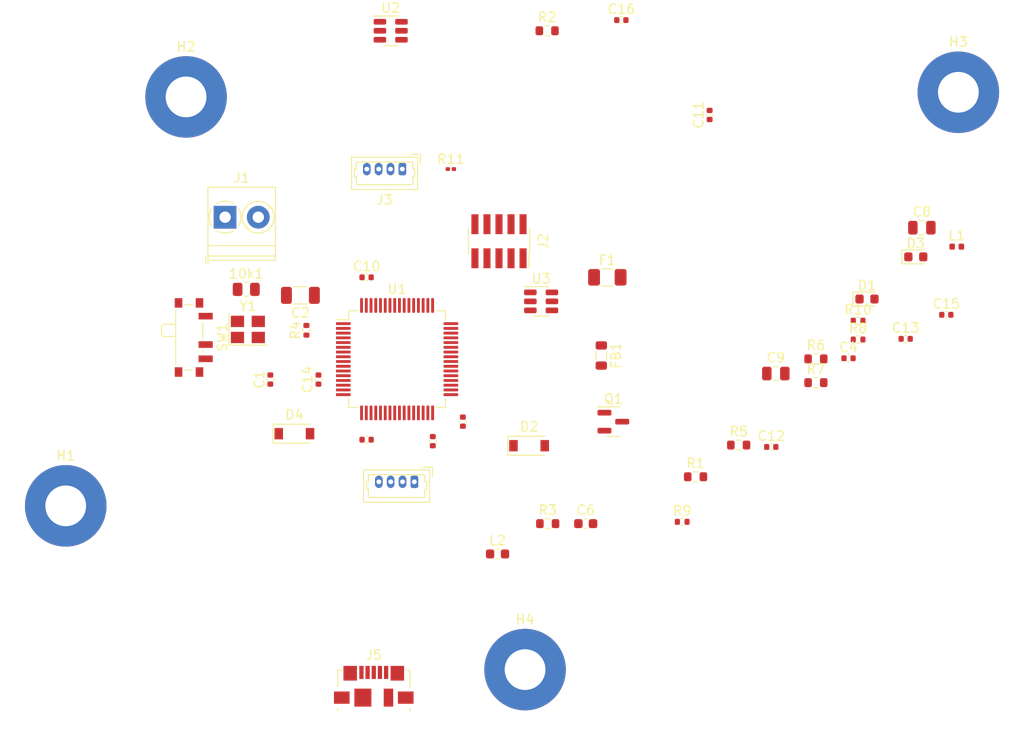
<source format=kicad_pcb>
(kicad_pcb (version 20211014) (generator pcbnew)
  (layers (0 "F.Cu" signal) (1 "In1.Cu" signal) (2 "In2.Cu" signal) (31 "B.Cu" signal) (34 "B.Paste" user) (35 "F.Paste" user) (36 "B.SilkS" user "B.Silkscreen") (37 "F.SilkS" user "F.Silkscreen") (38 "B.Mask" user) (39 "F.Mask" user) (44 "Edge.Cuts" user))
  (net 0 "")
  (net 1 "Net-(10k1-Pad1)")
  (net 2 "BOOT0")
  (net 3 "HSE_IN")
  (net 4 "GND")
  (net 5 "+3.3V")
  (net 6 "Net-(C4-Pad1)")
  (net 7 "Net-(C6-Pad1)")
  (net 8 "Net-(C8-Pad1)")
  (net 9 "BUCK_IN")
  (net 10 "+3.3VA")
  (net 11 "BUCK_BST")
  (net 12 "BUCK_SW")
  (net 13 "Net-(D1-Pad1)")
  (net 14 "LED_STATUS")
  (net 15 "Net-(D2-Pad1)")
  (net 16 "+5V")
  (net 17 "Net-(D3-Pad1)")
  (net 18 "+12V")
  (net 19 "Net-(F1-Pad2)")
  (net 20 "Net-(J2-Pad2)")
  (net 21 "SWCLK")
  (net 22 "SWO")
  (net 25 "NRST")
  (net 26 "I2C1_SCL")
  (net 27 "I2C1_SDA")
  (net 28 "UART3_TX")
  (net 29 "UART3_RX")
  (net 30 "USB_CONN_D-")
  (net 31 "USB_CONN_D+")
  (net 34 "BUCK_EN")
  (net 35 "HSE_OUT")
  (net 36 "BUCK_FB")
  (net 37 "Net-(R6-Pad2)")
  (net 38 "SWDIO")
  (net 69 "USB_D-")
  (net 70 "USB_D+")
  (net 78 "CAN1_RX")
  (net 79 "CAN1_TX")
  (footprint "MountingHole:MountingHole_4.3mm_M4_Pad" (layer "F.Cu") (at 55.88 53.34)
    (fp_text reference "H2" (at 0 -5.3) (layer "F.SilkS"))
    (fp_text value "MountingHole_Pad")
    (pad "1" thru_hole circle (at 0 0) (size 8.6 8.6) (drill 4.3) (layers *.Cu *.Mask) (net 4 "GND"))
  )
  (footprint "Connector_Molex:Molex_PicoBlade_53047-0410_1x04_P1.25mm_Vertical" (layer "F.Cu") (at 79.97 93.98 180)
    (fp_text reference "J4" hide)
    (fp_text value "UART")
    (fp_line (start -1.1 -0.8) (end -1.1 -1.65) (layer "F.SilkS") (width 0.12))
    (fp_line (start 5.36 1.26) (end 5.36 -2.16) (layer "F.SilkS") (width 0.12))
    (fp_line (start -1.1 0) (end -1.3 0) (layer "F.SilkS") (width 0.12))
    (fp_line (start -1.61 -2.16) (end -1.61 1.26) (layer "F.SilkS") (width 0.12))
    (fp_line (start 4.85 0.75) (end 4.85 0) (layer "F.SilkS") (width 0.12))
    (fp_line (start 5.36 -2.16) (end -1.61 -2.16) (layer "F.SilkS") (width 0.12))
    (fp_line (start 5.05 0) (end 5.05 -0.8) (layer "F.SilkS") (width 0.12))
    (fp_line (start 4.85 0) (end 5.05 0) (layer "F.SilkS") (width 0.12))
    (fp_line (start 5.05 -0.8) (end 4.85 -0.8) (layer "F.SilkS") (width 0.12))
    (fp_line (start -1.1 -1.65) (end 1.875 -1.65) (layer "F.SilkS") (width 0.12))
    (fp_line (start 1.875 0.75) (end -1.1 0.75) (layer "F.SilkS") (width 0.12))
    (fp_line (start -1.3 -0.8) (end -1.1 -0.8) (layer "F.SilkS") (width 0.12))
    (fp_line (start 1.875 0.75) (end 4.85 0.75) (layer "F.SilkS") (width 0.12))
    (fp_line (start 4.85 -0.8) (end 4.85 -1.65) (layer "F.SilkS") (width 0.12))
    (fp_line (start -1.9 1.55) (end -1.9 0.55) (layer "F.SilkS") (width 0.12))
    (fp_line (start -1.3 0) (end -1.3 -0.8) (layer "F.SilkS") (width 0.12))
    (fp_line (start 4.85 -1.65) (end 1.875 -1.65) (layer "F.SilkS") (width 0.12))
    (fp_line (start -1.9 1.55) (end -0.9 1.55) (layer "F.SilkS") (width 0.12))
    (fp_line (start -1.61 1.26) (end 5.36 1.26) (layer "F.SilkS") (width 0.12))
    (fp_line (start -1.1 0.75) (end -1.1 0) (layer "F.SilkS") (width 0.12))
    (pad "1" thru_hole roundrect (at 0 0 180) (size 0.8 1.3) (drill 0.5) (layers *.Cu *.Mask) (net 5 "+3.3V"))
    (pad "2" thru_hole oval (at 1.25 0 180) (size 0.8 1.3) (drill 0.5) (layers *.Cu *.Mask) (net 28 "UART3_TX"))
    (pad "3" thru_hole oval (at 2.5 0 180) (size 0.8 1.3) (drill 0.5) (layers *.Cu *.Mask) (net 29 "UART3_RX"))
    (pad "4" thru_hole oval (at 3.75 0 180) (size 0.8 1.3) (drill 0.5) (layers *.Cu *.Mask) (net 4 "GND"))
  )
  (footprint "Capacitor_SMD:C_0402_1005Metric" (layer "F.Cu") (at 69.85 83.185 90)
    (fp_text reference "C14" (at 0 -1.16 90) (layer "F.SilkS"))
    (fp_text value "10n")
    (fp_line (start -0.107836 -0.36) (end 0.107836 -0.36) (layer "F.SilkS") (width 0.12))
    (fp_line (start -0.107836 0.36) (end 0.107836 0.36) (layer "F.SilkS") (width 0.12))
    (pad "1" smd roundrect (at -0.48 0 90) (size 0.56 0.62) (layers "F.Cu" "F.Paste" "F.Mask") (net 10 "+3.3VA"))
    (pad "2" smd roundrect (at 0.48 0 90) (size 0.56 0.62) (layers "F.Cu" "F.Paste" "F.Mask") (net 4 "GND"))
  )
  (footprint "MountingHole:MountingHole_4.3mm_M4_Pad" (layer "F.Cu") (at 137.37 52.85)
    (fp_text reference "H3" (at 0 -5.3) (layer "F.SilkS"))
    (fp_text value "MountingHole_Pad")
    (pad "1" thru_hole circle (at 0 0) (size 8.6 8.6) (drill 4.3) (layers *.Cu *.Mask) (net 4 "GND"))
  )
  (footprint "Capacitor_SMD:C_0402_1005Metric" (layer "F.Cu") (at 101.81 45.23)
    (fp_text reference "C16" (at 0 -1.16) (layer "F.SilkS"))
    (fp_text value "10n")
    (fp_line (start -0.107836 0.36) (end 0.107836 0.36) (layer "F.SilkS") (width 0.12))
    (fp_line (start -0.107836 -0.36) (end 0.107836 -0.36) (layer "F.SilkS") (width 0.12))
    (pad "1" smd roundrect (at -0.48 0) (size 0.56 0.62) (layers "F.Cu" "F.Paste" "F.Mask") (net 4 "GND"))
    (pad "2" smd roundrect (at 0.48 0) (size 0.56 0.62) (layers "F.Cu" "F.Paste" "F.Mask") (net 5 "+3.3V"))
  )
  (footprint "Button_Switch_SMD:SW_SPDT_PCM12" (layer "F.Cu") (at 56.515 78.74 -90)
    (fp_text reference "SW1" (at 0 -3.2 90) (layer "F.SilkS"))
    (fp_text value "SW_SPDT")
    (fp_line (start -0.1 3.02) (end -0.1 1.73) (layer "F.SilkS") (width 0.12))
    (fp_line (start -1.4 3.02) (end -1.2 3.23) (layer "F.SilkS") (width 0.12))
    (fp_line (start -3.45 -0.07) (end -3.45 0.72) (layer "F.SilkS") (width 0.12))
    (fp_line (start -1.2 3.23) (end -0.3 3.23) (layer "F.SilkS") (width 0.12))
    (fp_line (start -0.1 3.02) (end -0.3 3.23) (layer "F.SilkS") (width 0.12))
    (fp_line (start -1.6 -1.12) (end 0.1 -1.12) (layer "F.SilkS") (width 0.12))
    (fp_line (start 3.45 0.72) (end 3.45 -0.07) (layer "F.SilkS") (width 0.12))
    (fp_line (start -1.4 1.73) (end -1.4 3.02) (layer "F.SilkS") (width 0.12))
    (fp_line (start -2.85 1.73) (end 2.85 1.73) (layer "F.SilkS") (width 0.12))
    (fp_line (start 1.4 -1.12) (end 1.6 -1.12) (layer "F.SilkS") (width 0.12))
    (pad "" smd rect (at -3.65 -0.78 270) (size 1 0.8) (layers "F.Cu" "F.Paste" "F.Mask"))
    (pad "" smd rect (at 3.65 -0.78 270) (size 1 0.8) (layers "F.Cu" "F.Paste" "F.Mask"))
    (pad "" smd rect (at -3.65 1.43 270) (size 1 0.8) (layers "F.Cu" "F.Paste" "F.Mask"))
    (pad "" np_thru_hole circle (at -1.5 0.33 270) (size 0.9 0.9) (drill 0.9) (layers *.Cu *.Mask))
    (pad "" np_thru_hole circle (at 1.5 0.33 270) (size 0.9 0.9) (drill 0.9) (layers *.Cu *.Mask))
    (pad "" smd rect (at 3.65 1.43 270) (size 1 0.8) (layers "F.Cu" "F.Paste" "F.Mask"))
    (pad "1" smd rect (at -2.25 -1.43 270) (size 0.7 1.5) (layers "F.Cu" "F.Paste" "F.Mask") (net 5 "+3.3V"))
    (pad "2" smd rect (at 0.75 -1.43 270) (size 0.7 1.5) (layers "F.Cu" "F.Paste" "F.Mask") (net 1 "Net-(10k1-Pad1)"))
    (pad "3" smd rect (at 2.25 -1.43 270) (size 0.7 1.5) (layers "F.Cu" "F.Paste" "F.Mask") (net 4 "GND"))
  )
  (footprint "Resistor_SMD:R_0402_1005Metric" (layer "F.Cu") (at 68.58 77.98 90)
    (fp_text reference "R4" (at 0 -1.17 90) (layer "F.SilkS"))
    (fp_text value "47")
    (fp_line (start -0.153641 0.38) (end 0.153641 0.38) (layer "F.SilkS") (width 0.12))
    (fp_line (start -0.153641 -0.38) (end 0.153641 -0.38) (layer "F.SilkS") (width 0.12))
    (pad "1" smd roundrect (at -0.51 0 90) (size 0.54 0.64) (layers "F.Cu" "F.Paste" "F.Mask") (net 35 "HSE_OUT"))
    (pad "2" smd roundrect (at 0.51 0 90) (size 0.54 0.64) (layers "F.Cu" "F.Paste" "F.Mask") (net 6 "Net-(C4-Pad1)"))
  )
  (footprint "Inductor_SMD:L_0402_1005Metric" (layer "F.Cu") (at 137.2 69.15)
    (fp_text reference "L1" (at 0 -1.17) (layer "F.SilkS"))
    (fp_text value "39n")
    (pad "1" smd roundrect (at -0.485 0) (size 0.59 0.64) (layers "F.Cu" "F.Paste" "F.Mask") (net 5 "+3.3V"))
    (pad "2" smd roundrect (at 0.485 0) (size 0.59 0.64) (layers "F.Cu" "F.Paste" "F.Mask") (net 10 "+3.3VA"))
  )
  (footprint "Capacitor_SMD:C_0402_1005Metric" (layer "F.Cu") (at 117.63 90.3)
    (fp_text reference "C12" (at 0 -1.16) (layer "F.SilkS"))
    (fp_text value "1u")
    (fp_line (start -0.107836 -0.36) (end 0.107836 -0.36) (layer "F.SilkS") (width 0.12))
    (fp_line (start -0.107836 0.36) (end 0.107836 0.36) (layer "F.SilkS") (width 0.12))
    (pad "1" smd roundrect (at -0.48 0) (size 0.56 0.62) (layers "F.Cu" "F.Paste" "F.Mask") (net 10 "+3.3VA"))
    (pad "2" smd roundrect (at 0.48 0) (size 0.56 0.62) (layers "F.Cu" "F.Paste" "F.Mask") (net 4 "GND"))
  )
  (footprint "Capacitor_SMD:C_0603_1608Metric" (layer "F.Cu") (at 98.05 98.4)
    (fp_text reference "C6" (at 0 -1.43) (layer "F.SilkS"))
    (fp_text value "2u2")
    (fp_line (start -0.14058 0.51) (end 0.14058 0.51) (layer "F.SilkS") (width 0.12))
    (fp_line (start -0.14058 -0.51) (end 0.14058 -0.51) (layer "F.SilkS") (width 0.12))
    (pad "1" smd roundrect (at -0.775 0) (size 0.9 0.95) (layers "F.Cu" "F.Paste" "F.Mask") (net 7 "Net-(C6-Pad1)"))
    (pad "2" smd roundrect (at 0.775 0) (size 0.9 0.95) (layers "F.Cu" "F.Paste" "F.Mask") (net 4 "GND"))
  )
  (footprint "Resistor_SMD:R_0402_1005Metric" (layer "F.Cu") (at 108.23 98.21)
    (fp_text reference "R9" (at 0 -1.17) (layer "F.SilkS"))
    (fp_text value "1k5")
    (fp_line (start -0.153641 -0.38) (end 0.153641 -0.38) (layer "F.SilkS") (width 0.12))
    (fp_line (start -0.153641 0.38) (end 0.153641 0.38) (layer "F.SilkS") (width 0.12))
    (pad "1" smd roundrect (at -0.51 0) (size 0.54 0.64) (layers "F.Cu" "F.Paste" "F.Mask") (net 17 "Net-(D3-Pad1)"))
    (pad "2" smd roundrect (at 0.51 0) (size 0.54 0.64) (layers "F.Cu" "F.Paste" "F.Mask") (net 4 "GND"))
  )
  (footprint "MountingHole:MountingHole_4.3mm_M4_Pad" (layer "F.Cu") (at 91.65 113.81)
    (fp_text reference "H4" (at 0 -5.3) (layer "F.SilkS"))
    (fp_text value "MountingHole_Pad")
    (pad "1" thru_hole circle (at 0 0) (size 8.6 8.6) (drill 4.3) (layers *.Cu *.Mask) (net 4 "GND"))
  )
  (footprint "Resistor_SMD:R_0603_1608Metric" (layer "F.Cu") (at 94.04 98.4)
    (fp_text reference "R3" (at 0 -1.43) (layer "F.SilkS"))
    (fp_text value "68k")
    (fp_line (start -0.237258 0.5225) (end 0.237258 0.5225) (layer "F.SilkS") (width 0.12))
    (fp_line (start -0.237258 -0.5225) (end 0.237258 -0.5225) (layer "F.SilkS") (width 0.12))
    (pad "1" smd roundrect (at -0.825 0) (size 0.8 0.95) (layers "F.Cu" "F.Paste" "F.Mask") (net 34 "BUCK_EN"))
    (pad "2" smd roundrect (at 0.825 0) (size 0.8 0.95) (layers "F.Cu" "F.Paste" "F.Mask") (net 4 "GND"))
  )
  (footprint "Capacitor_SMD:C_0402_1005Metric" (layer "F.Cu") (at 136.1 76.345)
    (fp_text reference "C15" (at 0 -1.16) (layer "F.SilkS"))
    (fp_text value "10n")
    (fp_line (start -0.107836 -0.36) (end 0.107836 -0.36) (layer "F.SilkS") (width 0.12))
    (fp_line (start -0.107836 0.36) (end 0.107836 0.36) (layer "F.SilkS") (width 0.12))
    (pad "1" smd roundrect (at -0.48 0) (size 0.56 0.62) (layers "F.Cu" "F.Paste" "F.Mask") (net 4 "GND"))
    (pad "2" smd roundrect (at 0.48 0) (size 0.56 0.62) (layers "F.Cu" "F.Paste" "F.Mask") (net 5 "+3.3V"))
  )
  (footprint "Package_TO_SOT_SMD:SOT-23-6" (layer "F.Cu") (at 93.345 74.93)
    (fp_text reference "U3" (at 0 -2.4) (layer "F.SilkS"))
    (fp_text value "USBLC6-2SC6")
    (fp_line (start 0 1.56) (end -0.8 1.56) (layer "F.SilkS") (width 0.12))
    (fp_line (start 0 1.56) (end 0.8 1.56) (layer "F.SilkS") (width 0.12))
    (fp_line (start 0 -1.56) (end 0.8 -1.56) (layer "F.SilkS") (width 0.12))
    (fp_line (start 0 -1.56) (end -1.8 -1.56) (layer "F.SilkS") (width 0.12))
    (pad "1" smd roundrect (at -1.1375 -0.95) (size 1.325 0.6) (layers "F.Cu" "F.Paste" "F.Mask") (net 30 "USB_CONN_D-"))
    (pad "2" smd roundrect (at -1.1375 0) (size 1.325 0.6) (layers "F.Cu" "F.Paste" "F.Mask") (net 4 "GND"))
    (pad "3" smd roundrect (at -1.1375 0.95) (size 1.325 0.6) (layers "F.Cu" "F.Paste" "F.Mask") (net 31 "USB_CONN_D+"))
    (pad "4" smd roundrect (at 1.1375 0.95) (size 1.325 0.6) (layers "F.Cu" "F.Paste" "F.Mask") (net 70 "USB_D+"))
    (pad "5" smd roundrect (at 1.1375 0) (size 1.325 0.6) (layers "F.Cu" "F.Paste" "F.Mask") (net 16 "+5V"))
    (pad "6" smd roundrect (at 1.1375 -0.95) (size 1.325 0.6) (layers "F.Cu" "F.Paste" "F.Mask") (net 69 "USB_D-"))
  )
  (footprint "Package_TO_SOT_SMD:SOT-23-6" (layer "F.Cu") (at 77.47 46.355)
    (fp_text reference "U2" (at 0 -2.4) (layer "F.SilkS"))
    (fp_text value "MP2359DJ-LF-Z")
    (fp_line (start 0 1.56) (end -0.8 1.56) (layer "F.SilkS") (width 0.12))
    (fp_line (start 0 -1.56) (end 0.8 -1.56) (layer "F.SilkS") (width 0.12))
    (fp_line (start 0 1.56) (end 0.8 1.56) (layer "F.SilkS") (width 0.12))
    (fp_line (start 0 -1.56) (end -1.8 -1.56) (layer "F.SilkS") (width 0.12))
    (pad "1" smd roundrect (at -1.1375 -0.95) (size 1.325 0.6) (layers "F.Cu" "F.Paste" "F.Mask") (net 11 "BUCK_BST"))
    (pad "2" smd roundrect (at -1.1375 0) (size 1.325 0.6) (layers "F.Cu" "F.Paste" "F.Mask") (net 4 "GND"))
    (pad "3" smd roundrect (at -1.1375 0.95) (size 1.325 0.6) (layers "F.Cu" "F.Paste" "F.Mask") (net 36 "BUCK_FB"))
    (pad "4" smd roundrect (at 1.1375 0.95) (size 1.325 0.6) (layers "F.Cu" "F.Paste" "F.Mask") (net 34 "BUCK_EN"))
    (pad "5" smd roundrect (at 1.1375 0) (size 1.325 0.6) (layers "F.Cu" "F.Paste" "F.Mask") (net 9 "BUCK_IN"))
    (pad "6" smd roundrect (at 1.1375 -0.95) (size 1.325 0.6) (layers "F.Cu" "F.Paste" "F.Mask") (net 12 "BUCK_SW"))
  )
  (footprint "Capacitor_SMD:C_0402_1005Metric" (layer "F.Cu") (at 74.93 89.535 180)
    (fp_text reference "C3" hide)
    (fp_text value "100n")
    (fp_line (start -0.107836 -0.36) (end 0.107836 -0.36) (layer "F.SilkS") (width 0.12))
    (fp_line (start -0.107836 0.36) (end 0.107836 0.36) (layer "F.SilkS") (width 0.12))
    (pad "1" smd roundrect (at -0.48 0 180) (size 0.56 0.62) (layers "F.Cu" "F.Paste" "F.Mask") (net 5 "+3.3V"))
    (pad "2" smd roundrect (at 0.48 0 180) (size 0.56 0.62) (layers "F.Cu" "F.Paste" "F.Mask") (net 4 "GND"))
  )
  (footprint "Resistor_SMD:R_0603_1608Metric" (layer "F.Cu") (at 109.64 93.45)
    (fp_text reference "R1" (at 0 -1.43) (layer "F.SilkS"))
    (fp_text value "1k5")
    (fp_line (start -0.237258 0.5225) (end 0.237258 0.5225) (layer "F.SilkS") (width 0.12))
    (fp_line (start -0.237258 -0.5225) (end 0.237258 -0.5225) (layer "F.SilkS") (width 0.12))
    (pad "1" smd roundrect (at -0.825 0) (size 0.8 0.95) (layers "F.Cu" "F.Paste" "F.Mask") (net 13 "Net-(D1-Pad1)"))
    (pad "2" smd roundrect (at 0.825 0) (size 0.8 0.95) (layers "F.Cu" "F.Paste" "F.Mask") (net 4 "GND"))
  )
  (footprint "Capacitor_SMD:C_0402_1005Metric" (layer "F.Cu") (at 111.125 55.245 90)
    (fp_text reference "C11" (at 0 -1.16 90) (layer "F.SilkS"))
    (fp_text value "100n")
    (fp_line (start -0.107836 -0.36) (end 0.107836 -0.36) (layer "F.SilkS") (width 0.12))
    (fp_line (start -0.107836 0.36) (end 0.107836 0.36) (layer "F.SilkS") (width 0.12))
    (pad "1" smd roundrect (at -0.48 0 90) (size 0.56 0.62) (layers "F.Cu" "F.Paste" "F.Mask") (net 5 "+3.3V"))
    (pad "2" smd roundrect (at 0.48 0 90) (size 0.56 0.62) (layers "F.Cu" "F.Paste" "F.Mask") (net 4 "GND"))
  )
  (footprint "Capacitor_SMD:C_0805_2012Metric" (layer "F.Cu") (at 133.52 67.15)
    (fp_text reference "C8" (at 0 -1.68) (layer "F.SilkS"))
    (fp_text value "2u2")
    (fp_line (start -0.261252 -0.735) (end 0.261252 -0.735) (layer "F.SilkS") (width 0.12))
    (fp_line (start -0.261252 0.735) (end 0.261252 0.735) (layer "F.SilkS") (width 0.12))
    (pad "1" smd roundrect (at -0.95 0) (size 1 1.45) (layers "F.Cu" "F.Paste" "F.Mask") (net 8 "Net-(C8-Pad1)"))
    (pad "2" smd roundrect (at 0.95 0) (size 1 1.45) (layers "F.Cu" "F.Paste" "F.Mask") (net 4 "GND"))
  )
  (footprint "Resistor_SMD:R_0603_1608Metric" (layer "F.Cu") (at 93.98 46.355)
    (fp_text reference "R2" (at 0 -1.43) (layer "F.SilkS"))
    (fp_text value "100k")
    (fp_line (start -0.237258 0.5225) (end 0.237258 0.5225) (layer "F.SilkS") (width 0.12))
    (fp_line (start -0.237258 -0.5225) (end 0.237258 -0.5225) (layer "F.SilkS") (width 0.12))
    (pad "1" smd roundrect (at -0.825 0) (size 0.8 0.95) (layers "F.Cu" "F.Paste" "F.Mask") (net 9 "BUCK_IN"))
    (pad "2" smd roundrect (at 0.825 0) (size 0.8 0.95) (layers "F.Cu" "F.Paste" "F.Mask") (net 34 "BUCK_EN"))
  )
  (footprint "Resistor_SMD:R_0603_1608Metric" (layer "F.Cu") (at 114.19 90.1)
    (fp_text reference "R5" (at 0 -1.43) (layer "F.SilkS"))
    (fp_text value "47k")
    (fp_line (start -0.237258 -0.5225) (end 0.237258 -0.5225) (layer "F.SilkS") (width 0.12))
    (fp_line (start -0.237258 0.5225) (end 0.237258 0.5225) (layer "F.SilkS") (width 0.12))
    (pad "1" smd roundrect (at -0.825 0) (size 0.8 0.95) (layers "F.Cu" "F.Paste" "F.Mask") (net 5 "+3.3V"))
    (pad "2" smd roundrect (at 0.825 0) (size 0.8 0.95) (layers "F.Cu" "F.Paste" "F.Mask") (net 36 "BUCK_FB"))
  )
  (footprint "Fuse:Fuse_1206_3216Metric" (layer "F.Cu") (at 100.33 72.39)
    (fp_text reference "F1" (at 0 -1.82) (layer "F.SilkS"))
    (fp_text value "250mA")
    (fp_line (start -0.602064 0.91) (end 0.602064 0.91) (layer "F.SilkS") (width 0.12))
    (fp_line (start -0.602064 -0.91) (end 0.602064 -0.91) (layer "F.SilkS") (width 0.12))
    (pad "1" smd roundrect (at -1.4 0) (size 1.25 1.75) (layers "F.Cu" "F.Paste" "F.Mask") (roundrect_rratio 0.2) (net 18 "+12V"))
    (pad "2" smd roundrect (at 1.4 0) (size 1.25 1.75) (layers "F.Cu" "F.Paste" "F.Mask") (roundrect_rratio 0.2) (net 19 "Net-(F1-Pad2)"))
  )
  (footprint "Resistor_SMD:R_0201_0603Metric" (layer "F.Cu") (at 83.82 60.96)
    (fp_text reference "R11" (at 0 -1.05) (layer "F.SilkS"))
    (fp_text value "22")
    (pad "1" smd roundrect (at -0.32 0) (size 0.46 0.4) (layers "F.Cu" "F.Mask") (net 20 "Net-(J2-Pad2)"))
    (pad "2" smd roundrect (at 0.32 0) (size 0.46 0.4) (layers "F.Cu" "F.Mask") (net 38 "SWDIO"))
  )
  (footprint "Diode_SMD:D_SOD-123" (layer "F.Cu") (at 67.31 88.9)
    (fp_text reference "D4" (at 0 -2) (layer "F.SilkS"))
    (fp_text value "B5819W")
    (fp_line (start -2.25 1) (end 1.65 1) (layer "F.SilkS") (width 0.12))
    (fp_line (start -2.25 -1) (end -2.25 1) (layer "F.SilkS") (width 0.12))
    (fp_line (start -2.25 -1) (end 1.65 -1) (layer "F.SilkS") (width 0.12))
    (pad "1" smd rect (at -1.65 0) (size 0.9 1.2) (layers "F.Cu" "F.Paste" "F.Mask") (net 12 "BUCK_SW"))
    (pad "2" smd rect (at 1.65 0) (size 0.9 1.2) (layers "F.Cu" "F.Paste" "F.Mask") (net 4 "GND"))
  )
  (footprint "LED_SMD:LED_0603_1608Metric" (layer "F.Cu") (at 132.88 70.23)
    (fp_text reference "D3" (at 0 -1.43) (layer "F.SilkS"))
    (fp_text value "BLUE")
    (fp_line (start -1.485 0.735) (end 0.8 0.735) (layer "F.SilkS") (width 0.12))
    (fp_line (start -1.485 -0.735) (end -1.485 0.735) (layer "F.SilkS") (width 0.12))
    (fp_line (start 0.8 -0.735) (end -1.485 -0.735) (layer "F.SilkS") (width 0.12))
    (pad "1" smd roundrect (at -0.7875 0) (size 0.875 0.95) (layers "F.Cu" "F.Paste" "F.Mask") (net 17 "Net-(D3-Pad1)"))
    (pad "2" smd roundrect (at 0.7875 0) (size 0.875 0.95) (layers "F.Cu" "F.Paste" "F.Mask") (net 5 "+3.3V"))
  )
  (footprint "Capacitor_SMD:C_0805_2012Metric" (layer "F.Cu") (at 118.11 82.55)
    (fp_text reference "C9" (at 0 -1.68) (layer "F.SilkS"))
    (fp_text value "10u")
    (fp_line (start -0.261252 -0.735) (end 0.261252 -0.735) (layer "F.SilkS") (width 0.12))
    (fp_line (start -0.261252 0.735) (end 0.261252 0.735) (layer "F.SilkS") (width 0.12))
    (pad "1" smd roundrect (at -0.95 0) (size 1 1.45) (layers "F.Cu" "F.Paste" "F.Mask") (net 9 "BUCK_IN"))
    (pad "2" smd roundrect (at 0.95 0) (size 1 1.45) (layers "F.Cu" "F.Paste" "F.Mask") (net 4 "GND"))
  )
  (footprint "Crystal:Crystal_SMD_3225-4Pin_3.2x2.5mm" (layer "F.Cu") (at 62.4 77.89)
    (fp_text reference "Y1" (at 0 -2.45) (layer "F.SilkS"))
    (fp_text value "16MHz")
    (fp_line (start -2 -1.65) (end -2 1.65) (layer "F.SilkS") (width 0.12))
    (fp_line (start -2 1.65) (end 2 1.65) (layer "F.SilkS") (width 0.12))
    (pad "1" smd rect (at -1.1 0.85) (size 1.4 1.2) (layers "F.Cu" "F.Paste" "F.Mask") (net 3 "HSE_IN"))
    (pad "2" smd rect (at 1.1 0.85) (size 1.4 1.2) (layers "F.Cu" "F.Paste" "F.Mask") (net 4 "GND"))
    (pad "3" smd rect (at 1.1 -0.85) (size 1.4 1.2) (layers "F.Cu" "F.Paste" "F.Mask") (net 6 "Net-(C4-Pad1)"))
    (pad "4" smd rect (at -1.1 -0.85) (size 1.4 1.2) (layers "F.Cu" "F.Paste" "F.Mask") (net 4 "GND"))
  )
  (footprint "Inductor_SMD:L_0603_1608Metric" (layer "F.Cu") (at 88.7475 101.6)
    (fp_text reference "L2" (at 0 -1.43) (layer "F.SilkS"))
    (fp_text value "4u7")
    (fp_line (start -0.162779 -0.51) (end 0.162779 -0.51) (layer "F.SilkS") (width 0.12))
    (fp_line (start -0.162779 0.51) (end 0.162779 0.51) (layer "F.SilkS") (width 0.12))
    (pad "1" smd roundrect (at -0.7875 0) (size 0.875 0.95) (layers "F.Cu" "F.Paste" "F.Mask") (net 12 "BUCK_SW"))
    (pad "2" smd roundrect (at 0.7875 0) (size 0.875 0.95) (layers "F.Cu" "F.Paste" "F.Mask") (net 5 "+3.3V"))
  )
  (footprint "Connector_USB:USB_Micro-B_Molex_47346-0001" (layer "F.Cu") (at 75.685 115.57)
    (fp_text reference "J5" (at 0 -3.3) (layer "F.SilkS"))
    (fp_text value "USB_B_Micro")
    (fp_line (start -3.81 2.6) (end -3.81 2.34) (layer "F.SilkS") (width 0.12))
    (fp_line (start 3.81 -1.71) (end 3.81 0.06) (layer "F.SilkS") (width 0.12))
    (fp_line (start 3.81 2.34) (end 3.81 2.6) (layer "F.SilkS") (width 0.12))
    (fp_line (start -3.81 -1.71) (end -3.43 -1.71) (layer "F.SilkS") (width 0.12))
    (fp_line (start 3.81 -1.71) (end 3.43 -1.71) (layer "F.SilkS") (width 0.12))
    (fp_line (start -3.81 0.06) (end -3.81 -1.71) (layer "F.SilkS") (width 0.12))
    (pad "1" smd rect (at -1.3 -1.46) (size 0.45 1.38) (layers "F.Cu" "F.Paste" "F.Mask") (net 16 "+5V"))
    (pad "2" smd rect (at -0.65 -1.46) (size 0.45 1.38) (layers "F.Cu" "F.Paste" "F.Mask") (net 30 "USB_CONN_D-"))
    (pad "3" smd rect (at 0 -1.46) (size 0.45 1.38) (layers "F.Cu" "F.Paste" "F.Mask") (net 31 "USB_CONN_D+"))
    (pad "4" smd rect (at 0.65 -1.46) (size 0.45 1.38) (layers "F.Cu" "F.Paste" "F.Mask"))
    (pad "5" smd rect (at 1.3 -1.46) (size 0.45 1.38) (layers "F.Cu" "F.Paste" "F.Mask") (net 4 "GND"))
    (pad "6" smd rect (at -3.375 1.2) (size 1.65 1.3) (layers "F.Cu" "F.Paste" "F.Mask"))
    (pad "6" smd rect (at -2.4875 -1.375) (size 1.425 1.55) (layers "F.Cu" "F.Paste" "F.Mask"))
    (pad "6" smd rect (at 1.55 1.2) (size 1 1.9) (layers "F.Cu" "F.Paste" "F.Mask"))
    (pad "6" smd rect (at -1.15 1.2) (size 1.8 1.9) (layers "F.Cu" "F.Paste" "F.Mask"))
    (pad "6" smd rect (at 3.375 1.2) (size 1.65 1.3) (layers "F.Cu" "F.Paste" "F.Mask"))
    (pad "6" smd rect (at 2.4875 -1.375) (size 1.425 1.55) (layers "F.Cu" "F.Paste" "F.Mask"))
  )
  (footprint "Capacitor_SMD:C_0402_1005Metric" (layer "F.Cu") (at 64.77 83.185 90)
    (fp_text reference "C1" (at 0 -1.16 90) (layer "F.SilkS"))
    (fp_text value "12p")
    (fp_line (start -0.107836 0.36) (end 0.107836 0.36) (layer "F.SilkS") (width 0.12))
    (fp_line (start -0.107836 -0.36) (end 0.107836 -0.36) (layer "F.SilkS") (width 0.12))
    (pad "1" smd roundrect (at -0.48 0 90) (size 0.56 0.62) (layers "F.Cu" "F.Paste" "F.Mask") (net 3 "HSE_IN"))
    (pad "2" smd roundrect (at 0.48 0 90) (size 0.56 0.62) (layers "F.Cu" "F.Paste" "F.Mask") (net 4 "GND"))
  )
  (footprint "Capacitor_SMD:C_1206_3216Metric" (layer "F.Cu") (at 67.945 74.295 180)
    (fp_text reference "C2" (at 0 -1.85) (layer "F.SilkS"))
    (fp_text value "4u7")
    (fp_line (start -0.711252 -0.91) (end 0.711252 -0.91) (layer "F.SilkS") (width 0.12))
    (fp_line (start -0.711252 0.91) (end 0.711252 0.91) (layer "F.SilkS") (width 0.12))
    (pad "1" smd roundrect (at -1.475 0 180) (size 1.15 1.8) (layers "F.Cu" "F.Paste" "F.Mask") (roundrect_rratio 0.217391) (net 5 "+3.3V"))
    (pad "2" smd roundrect (at 1.475 0 180) (size 1.15 1.8) (layers "F.Cu" "F.Paste" "F.Mask") (roundrect_rratio 0.217391) (net 4 "GND"))
  )
  (footprint "Package_TO_SOT_SMD:SOT-23" (layer "F.Cu") (at 100.965 87.63)
    (fp_text reference "Q1" (at 0 -2.4) (layer "F.SilkS"))
    (fp_text value "AO3401A")
    (fp_line (start 0 -1.56) (end 0.65 -1.56) (layer "F.SilkS") (width 0.12))
    (fp_line (start 0 1.56) (end 0.65 1.56) (layer "F.SilkS") (width 0.12))
    (fp_line (start 0 1.56) (end -0.65 1.56) (layer "F.SilkS") (width 0.12))
    (fp_line (start 0 -1.56) (end -1.675 -1.56) (layer "F.SilkS") (width 0.12))
    (pad "1" smd roundrect (at -0.9375 -0.95) (size 1.475 0.6) (layers "F.Cu" "F.Paste" "F.Mask") (net 4 "GND"))
    (pad "2" smd roundrect (at -0.9375 0.95) (size 1.475 0.6) (layers "F.Cu" "F.Paste" "F.Mask") (net 15 "Net-(D2-Pad1)"))
    (pad "3" smd roundrect (at 0.9375 0) (size 1.475 0.6) (layers "F.Cu" "F.Paste" "F.Mask") (net 19 "Net-(F1-Pad2)"))
  )
  (footprint "Resistor_SMD:R_0402_1005Metric" (layer "F.Cu") (at 126.79 76.97)
    (fp_text reference "R10" (at 0 -1.17) (layer "F.SilkS"))
    (fp_text value "2K2")
    (fp_line (start -0.153641 0.38) (end 0.153641 0.38) (layer "F.SilkS") (width 0.12))
    (fp_line (start -0.153641 -0.38) (end 0.153641 -0.38) (layer "F.SilkS") (width 0.12))
    (pad "1" smd roundrect (at -0.51 0) (size 0.54 0.64) (layers "F.Cu" "F.Paste" "F.Mask") (net 5 "+3.3V"))
    (pad "2" smd roundrect (at 0.51 0) (size 0.54 0.64) (layers "F.Cu" "F.Paste" "F.Mask") (net 27 "I2C1_SDA"))
  )
  (footprint "Capacitor_SMD:C_0402_1005Metric" (layer "F.Cu") (at 74.93 72.39)
    (fp_text reference "C10" (at 0 -1.16) (layer "F.SilkS"))
    (fp_text value "100n")
    (fp_line (start -0.107836 0.36) (end 0.107836 0.36) (layer "F.SilkS") (width 0.12))
    (fp_line (start -0.107836 -0.36) (end 0.107836 -0.36) (layer "F.SilkS") (width 0.12))
    (pad "1" smd roundrect (at -0.48 0) (size 0.56 0.62) (layers "F.Cu" "F.Paste" "F.Mask") (net 5 "+3.3V"))
    (pad "2" smd roundrect (at 0.48 0) (size 0.56 0.62) (layers "F.Cu" "F.Paste" "F.Mask") (net 4 "GND"))
  )
  (footprint "Resistor_SMD:R_0402_1005Metric" (layer "F.Cu") (at 126.79 78.96)
    (fp_text reference "R8" (at 0 -1.17) (layer "F.SilkS"))
    (fp_text value "2K2")
    (fp_line (start -0.153641 0.38) (end 0.153641 0.38) (layer "F.SilkS") (width 0.12))
    (fp_line (start -0.153641 -0.38) (end 0.153641 -0.38) (layer "F.SilkS") (width 0.12))
    (pad "1" smd roundrect (at -0.51 0) (size 0.54 0.64) (layers "F.Cu" "F.Paste" "F.Mask") (net 5 "+3.3V"))
    (pad "2" smd roundrect (at 0.51 0) (size 0.54 0.64) (layers "F.Cu" "F.Paste" "F.Mask") (net 26 "I2C1_SCL"))
  )
  (footprint "Resistor_SMD:R_0603_1608Metric" (layer "F.Cu") (at 122.34 81)
    (fp_text reference "R6" (at 0 -1.43) (layer "F.SilkS"))
    (fp_text value "15k")
    (fp_line (start -0.237258 -0.5225) (end 0.237258 -0.5225) (layer "F.SilkS") (width 0.12))
    (fp_line (start -0.237258 0.5225) (end 0.237258 0.5225) (layer "F.SilkS") (width 0.12))
    (pad "1" smd roundrect (at -0.825 0) (size 0.8 0.95) (layers "F.Cu" "F.Paste" "F.Mask") (net 36 "BUCK_FB"))
    (pad "2" smd roundrect (at 0.825 0) (size 0.8 0.95) (layers "F.Cu" "F.Paste" "F.Mask") (net 37 "Net-(R6-Pad2)"))
  )
  (footprint "LED_SMD:LED_0603_1608Metric" (layer "F.Cu") (at 127.73 74.68)
    (fp_text reference "D1" (at 0 -1.43) (layer "F.SilkS"))
    (fp_text value "BLUE")
    (fp_line (start -1.485 0.735) (end 0.8 0.735) (layer "F.SilkS") (width 0.12))
    (fp_line (start -1.485 -0.735) (end -1.485 0.735) (layer "F.SilkS") (width 0.12))
    (fp_line (start 0.8 -0.735) (end -1.485 -0.735) (layer "F.SilkS") (width 0.12))
    (pad "1" smd roundrect (at -0.7875 0) (size 0.875 0.95) (layers "F.Cu" "F.Paste" "F.Mask") (net 13 "Net-(D1-Pad1)"))
    (pad "2" smd roundrect (at 0.7875 0) (size 0.875 0.95) (layers "F.Cu" "F.Paste" "F.Mask") (net 14 "LED_STATUS"))
  )
  (footprint "Diode_SMD:D_SOD-123" (layer "F.Cu") (at 92.075 90.17)
    (fp_text reference "D2" (at 0 -2) (layer "F.SilkS"))
    (fp_text value "D_Schottky")
    (fp_line (start -2.25 -1) (end -2.25 1) (layer "F.SilkS") (width 0.12))
    (fp_line (start -2.25 -1) (end 1.65 -1) (layer "F.SilkS") (width 0.12))
    (fp_line (start -2.25 1) (end 1.65 1) (layer "F.SilkS") (width 0.12))
    (pad "1" smd rect (at -1.65 0) (size 0.9 1.2) (layers "F.Cu" "F.Paste" "F.Mask") (net 15 "Net-(D2-Pad1)"))
    (pad "2" smd rect (at 1.65 0) (size 0.9 1.2) (layers "F.Cu" "F.Paste" "F.Mask") (net 16 "+5V"))
  )
  (footprint "Capacitor_SMD:C_0402_1005Metric" (layer "F.Cu") (at 131.81 78.885)
    (fp_text reference "C13" (at 0 -1.16) (layer "F.SilkS"))
    (fp_text value "10n")
    (fp_line (start -0.107836 -0.36) (end 0.107836 -0.36) (layer "F.SilkS") (width 0.12))
    (fp_line (start -0.107836 0.36) (end 0.107836 0.36) (layer "F.SilkS") (width 0.12))
    (pad "1" smd roundrect (at -0.48 0) (size 0.56 0.62) (layers "F.Cu" "F.Paste" "F.Mask") (net 11 "BUCK_BST"))
    (pad "2" smd roundrect (at 0.48 0) (size 0.56 0.62) (layers "F.Cu" "F.Paste" "F.Mask") (net 12 "BUCK_SW"))
  )
  (footprint "Resistor_SMD:R_0805_2012Metric" (layer "F.Cu") (at 62.23 73.66)
    (fp_text reference "10k1" (at 0 -1.65) (layer "F.SilkS"))
    (fp_text value "R")
    (fp_line (start -0.227064 0.735) (end 0.227064 0.735) (layer "F.SilkS") (width 0.12))
    (fp_line (start -0.227064 -0.735) (end 0.227064 -0.735) (layer "F.SilkS") (width 0.12))
    (pad "1" smd roundrect (at -0.9125 0) (size 1.025 1.4) (layers "F.Cu" "F.Paste" "F.Mask") (roundrect_rratio 0.243902) (net 1 "Net-(10k1-Pad1)"))
    (pad "2" smd roundrect (at 0.9125 0) (size 1.025 1.4) (layers "F.Cu" "F.Paste" "F.Mask") (roundrect_rratio 0.243902) (net 2 "BOOT0"))
  )
  (footprint "Inductor_SMD:L_0805_2012Metric" (layer "F.Cu") (at 99.695 80.645 -90)
    (fp_text reference "FB1" (at 0 -1.55 90) (layer "F.SilkS"))
    (fp_text value "600 @ 600MHz")
    (fp_line (start -0.399622 -0.56) (end 0.399622 -0.56) (layer "F.SilkS") (width 0.12))
    (fp_line (start -0.399622 0.56) (end 0.399622 0.56) (layer "F.SilkS") (width 0.12))
    (pad "1" smd roundrect (at -1.0625 0 270) (size 0.875 1.2) (layers "F.Cu" "F.Paste" "F.Mask") (net 9 "BUCK_IN"))
    (pad "2" smd roundrect (at 1.0625 0 270) (size 0.875 1.2) (layers "F.Cu" "F.Paste" "F.Mask") (net 15 "Net-(D2-Pad1)"))
  )
  (footprint "Capacitor_SMD:C_0402_1005Metric" (layer "F.Cu") (at 81.915 89.69 90)
    (fp_text reference "C5" hide)
    (fp_text value "100n")
    (fp_line (start -0.107836 0.36) (end 0.107836 0.36) (layer "F.SilkS") (width 0.12))
    (fp_line (start -0.107836 -0.36) (end 0.107836 -0.36) (layer "F.SilkS") (width 0.12))
    (pad "1" smd roundrect (at -0.48 0 90) (size 0.56 0.62) (layers "F.Cu" "F.Paste" "F.Mask") (net 5 "+3.3V"))
    (pad "2" smd roundrect (at 0.48 0 90) (size 0.56 0.62) (layers "F.Cu" "F.Paste" "F.Mask") (net 4 "GND"))
  )
  (footprint "TerminalBlock_Phoenix:TerminalBlock_Phoenix_PT-1,5-2-3.5-H_1x02_P3.50mm_Horizontal" (layer "F.Cu") (at 60 66.04)
    (fp_text reference "J1" (at 1.75 -4.16) (layer "F.SilkS"))
    (fp_text value "Screw_Terminal_01x02")
    (fp_line (start 2.355 0.941) (end 2.226 1.069) (layer "F.SilkS") (width 0.12))
    (fp_line (start -1.81 4.56) (end 5.31 4.56) (layer "F.SilkS") (width 0.12))
    (fp_line (start 2.525 1.181) (end 2.431 1.274) (layer "F.SilkS") (width 0.12))
    (fp_line (start 5.31 -3.16) (end 5.31 4.56) (layer "F.SilkS") (width 0.12))
    (fp_line (start 4.775 -1.069) (end 4.646 -0.941) (layer "F.SilkS") (width 0.12))
    (fp_line (start -1.81 -3.16) (end 5.31 -3.16) (layer "F.SilkS") (width 0.12))
    (fp_line (start -1.81 4.1) (end 5.31 4.1) (layer "F.SilkS") (width 0.12))
    (fp_line (start -1.81 3) (end 5.31 3) (layer "F.SilkS") (width 0.12))
    (fp_line (start -2.05 4.8) (end -1.65 4.8) (layer "F.SilkS") (width 0.12))
    (fp_line (start -2.05 4.16) (end -2.05 4.8) (layer "F.SilkS") (width 0.12))
    (fp_line (start 4.57 -1.275) (end 4.476 -1.181) (layer "F.SilkS") (width 0.12))
    (fp_line (start -1.81 -3.16) (end -1.81 4.56) (layer "F.SilkS") (width 0.12))
    (fp_arc (start 0.028674 1.680099) (mid -0.435535 1.622918) (end -0.866 1.44) (layer "F.SilkS") (width 0.12))
    (fp_arc (start -0.889894 -1.425358) (mid -0.014012 -1.680286) (end 0.866 -1.44) (layer "F.SilkS") (width 0.12))
    (fp_arc (start 0.890264 1.424721) (mid 0.463071 1.61492) (end 0 1.68) (layer "F.SilkS") (width 0.12))
    (fp_arc (start 1.425504 -0.890193) (mid 1.680626 0.000476) (end 1.425 0.891) (layer "F.SilkS") (width 0.12))
    (fp_arc (start -1.425358 0.889894) (mid -1.680286 0.014012) (end -1.44 -0.866) (layer "F.SilkS") (width 0.12))
    (fp_circle (center 3.5 0) (end 5.18 0) (layer "F.SilkS") (width 0.12) (fill none))
    (pad "1" thru_hole rect (at 0 0) (size 2.4 2.4) (drill 1.2) (layers *.Cu *.Mask) (net 18 "+12V"))
    (pad "2" thru_hole circle (at 3.5 0) (size 2.4 2.4) (drill 1.2) (layers *.Cu *.Mask) (net 4 "GND"))
  )
  (footprint "MountingHole:MountingHole_4.3mm_M4_Pad" (layer "F.Cu") (at 43.18 96.52)
    (fp_text reference "H1" (at 0 -5.3) (layer "F.SilkS"))
    (fp_text value "MountingHole_Pad")
    (pad "1" thru_hole circle (at 0 0) (size 8.6 8.6) (drill 4.3) (layers *.Cu *.Mask) (net 4 "GND"))
  )
  (footprint "Capacitor_SMD:C_0402_1005Metric" (layer "F.Cu") (at 85.09 87.63 -90)
    (fp_text reference "C7" hide)
    (fp_text value "100n")
    (fp_line (start -0.107836 0.36) (end 0.107836 0.36) (layer "F.SilkS") (width 0.12))
    (fp_line (start -0.107836 -0.36) (end 0.107836 -0.36) (layer "F.SilkS") (width 0.12))
    (pad "1" smd roundrect (at -0.48 0 270) (size 0.56 0.62) (layers "F.Cu" "F.Paste" "F.Mask") (net 5 "+3.3V"))
    (pad "2" smd roundrect (at 0.48 0 270) (size 0.56 0.62) (layers "F.Cu" "F.Paste" "F.Mask") (net 4 "GND"))
  )
  (footprint "Connector_PinSocket_1.27mm:PinSocket_2x05_P1.27mm_Vertical_SMD" (layer "F.Cu") (at 88.9 68.58 -90)
    (fp_text reference "J2" (at 0 -4.675 90) (layer "F.SilkS"))
    (fp_text value "SWD")
    (fp_line (start -1.33 3.175) (end -1.33 3.235) (layer "F.SilkS") (width 0.12))
    (fp_line (start 1.33 3.175) (end 1.33 3.235) (layer "F.SilkS") (width 0.12))
    (fp_line (start -1.33 -3.235) (end 1.33 -3.235) (layer "F.SilkS") (width 0.12))
    (fp_line (start 1.33 -3.235) (end 1.33 -3.175) (layer "F.SilkS") (width 0.12))
    (fp_line (start -1.33 3.235) (end 1.33 3.235) (layer "F.SilkS") (width 0.12))
    (fp_line (start 1.33 -3.175) (end 2.79 -3.175) (layer "F.SilkS") (width 0.12))
    (fp_line (start -1.33 -3.235) (end -1.33 -3.175) (layer "F.SilkS") (width 0.12))
    (pad "1" smd rect (at 1.8 -2.54 270) (size 2.1 0.75) (layers "F.Cu" "F.Paste" "F.Mask") (net 5 "+3.3V"))
    (pad "2" smd rect (at -1.8 -2.54 270) (size 2.1 0.75) (layers "F.Cu" "F.Paste" "F.Mask") (net 20 "Net-(J2-Pad2)"))
    (pad "3" smd rect (at 1.8 -1.27 270) (size 2.1 0.75) (layers "F.Cu" "F.Paste" "F.Mask") (net 4 "GND"))
    (pad "4" smd rect (at -1.8 -1.27 270) (size 2.1 0.75) (layers "F.Cu" "F.Paste" "F.Mask") (net 21 "SWCLK"))
    (pad "5" smd rect (at 1.8 0 270) (size 2.1 0.75) (layers "F.Cu" "F.Paste" "F.Mask") (net 4 "GND"))
    (pad "6" smd rect (at -1.8 0 270) (size 2.1 0.75) (layers "F.Cu" "F.Paste" "F.Mask") (net 22 "SWO"))
    (pad "7" smd rect (at 1.8 1.27 270) (size 2.1 0.75) (layers "F.Cu" "F.Paste" "F.Mask"))
    (pad "8" smd rect (at -1.8 1.27 270) (size 2.1 0.75) (layers "F.Cu" "F.Paste" "F.Mask"))
    (pad "9" smd rect (at 1.8 2.54 270) (size 2.1 0.75) (layers "F.Cu" "F.Paste" "F.Mask") (net 4 "GND"))
    (pad "10" smd rect (at -1.8 2.54 270) (size 2.1 0.75) (layers "F.Cu" "F.Paste" "F.Mask") (net 25 "NRST"))
  )
  (footprint "Package_QFP:LQFP-64_10x10mm_P0.5mm" (layer "F.Cu") (at 78.145 81.03)
    (fp_text reference "U1" (at 0 -7.4) (layer "F.SilkS"))
    (fp_text value "STM32F405RGTx")
    (fp_line (start -5.11 -5.11) (end -5.11 -4.16) (layer "F.SilkS") (width 0.12))
    (fp_line (start -4.16 5.11) (end -5.11 5.11) (layer "F.SilkS") (width 0.12))
    (fp_line (start 4.16 -5.11) (end 5.11 -5.11) (layer "F.SilkS") (width 0.12))
    (fp_line (start -4.16 -5.11) (end -5.11 -5.11) (layer "F.SilkS") (width 0.12))
    (fp_line (start -5.11 -4.16) (end -6.45 -4.16) (layer "F.SilkS") (width 0.12))
    (fp_line (start 5.11 -5.11) (end 5.11 -4.16) (layer "F.SilkS") (width 0.12))
    (fp_line (start -5.11 5.11) (end -5.11 4.16) (layer "F.SilkS") (width 0.12))
    (fp_line (start 5.11 5.11) (end 5.11 4.16) (layer "F.SilkS") (width 0.12))
    (fp_line (start 4.16 5.11) (end 5.11 5.11) (layer "F.SilkS") (width 0.12))
    (pad "1" smd roundrect (at -5.675 -3.75) (size 1.55 0.3) (layers "F.Cu" "F.Paste" "F.Mask") (net 5 "+3.3V"))
    (pad "2" smd roundrect (at -5.675 -3.25) (size 1.55 0.3) (layers "F.Cu" "F.Paste" "F.Mask"))
    (pad "3" smd roundrect (at -5.675 -2.75) (size 1.55 0.3) (layers "F.Cu" "F.Paste" "F.Mask"))
    (pad "4" smd roundrect (at -5.675 -2.25) (size 1.55 0.3) (layers "F.Cu" "F.Paste" "F.Mask"))
    (pad "5" smd roundrect (at -5.675 -1.75) (size 1.55 0.3) (layers "F.Cu" "F.Paste" "F.Mask") (net 3 "HSE_IN"))
    (pad "6" smd roundrect (at -5.675 -1.25) (size 1.55 0.3) (layers "F.Cu" "F.Paste" "F.Mask") (net 35 "HSE_OUT"))
    (pad "7" smd roundrect (at -5.675 -0.75) (size 1.55 0.3) (layers "F.Cu" "F.Paste" "F.Mask") (net 25 "NRST"))
    (pad "8" smd roundrect (at -5.675 -0.25) (size 1.55 0.3) (layers "F.Cu" "F.Paste" "F.Mask"))
    (pad "9" smd roundrect (at -5.675 0.25) (size 1.55 0.3) (layers "F.Cu" "F.Paste" "F.Mask"))
    (pad "10" smd roundrect (at -5.675 0.75) (size 1.55 0.3) (layers "F.Cu" "F.Paste" "F.Mask"))
    (pad "11" smd roundrect (at -5.675 1.25) (size 1.55 0.3) (layers "F.Cu" "F.Paste" "F.Mask"))
    (pad "12" smd roundrect (at -5.675 1.75) (size 1.55 0.3) (layers "F.Cu" "F.Paste" "F.Mask") (net 4 "GND"))
    (pad "13" smd roundrect (at -5.675 2.25) (size 1.55 0.3) (layers "F.Cu" "F.Paste" "F.Mask") (net 10 "+3.3VA"))
    (pad "14" smd roundrect (at -5.675 2.75) (size 1.55 0.3) (layers "F.Cu" "F.Paste" "F.Mask"))
    (pad "15" smd roundrect (at -5.675 3.25) (size 1.55 0.3) (layers "F.Cu" "F.Paste" "F.Mask"))
    (pad "16" smd roundrect (at -5.675 3.75) (size 1.55 0.3) (layers "F.Cu" "F.Paste" "F.Mask") (net 14 "LED_STATUS"))
    (pad "17" smd roundrect (at -3.75 5.675) (size 0.3 1.55) (layers "F.Cu" "F.Paste" "F.Mask"))
    (pad "18" smd roundrect (at -3.25 5.675) (size 0.3 1.55) (layers "F.Cu" "F.Paste" "F.Mask") (net 4 "GND"))
    (pad "19" smd roundrect (at -2.75 5.675) (size 0.3 1.55) (layers "F.Cu" "F.Paste" "F.Mask") (net 5 "+3.3V"))
    (pad "20" smd roundrect (at -2.25 5.675) (size 0.3 1.55) (layers "F.Cu" "F.Paste" "F.Mask"))
    (pad "21" smd roundrect (at -1.75 5.675) (size 0.3 1.55) (layers "F.Cu" "F.Paste" "F.Mask"))
    (pad "22" smd roundrect (at -1.25 5.675) (size 0.3 1.55) (layers "F.Cu" "F.Paste" "F.Mask"))
    (pad "23" smd roundrect (at -0.75 5.675) (size 0.3 1.55) (layers "F.Cu" "F.Paste" "F.Mask"))
    (pad "24" smd roundrect (at -0.25 5.675) (size 0.3 1.55) (layers "F.Cu" "F.Paste" "F.Mask"))
    (pad "25" smd roundrect (at 0.25 5.675) (size 0.3 1.55) (layers "F.Cu" "F.Paste" "F.Mask"))
    (pad "26" smd roundrect (at 0.75 5.675) (size 0.3 1.55) (layers "F.Cu" "F.Paste" "F.Mask"))
    (pad "27" smd roundrect (at 1.25 5.675) (size 0.3 1.55) (layers "F.Cu" "F.Paste" "F.Mask"))
    (pad "28" smd roundrect (at 1.75 5.675) (size 0.3 1.55) (layers "F.Cu" "F.Paste" "F.Mask"))
    (pad "29" smd roundrect (at 2.25 5.675) (size 0.3 1.55) (layers "F.Cu" "F.Paste" "F.Mask") (net 28 "UART3_TX"))
    (pad "30" smd roundrect (at 2.75 5.675) (size 0.3 1.55) (layers "F.Cu" "F.Paste" "F.Mask") (net 29 "UART3_RX"))
    (pad "31" smd roundrect (at 3.25 5.675) (size 0.3 1.55) (layers "F.Cu" "F.Paste" "F.Mask") (net 7 "Net-(C6-Pad1)"))
    (pad "32" smd roundrect (at 3.75 5.675) (size 0.3 1.55) (layers "F.Cu" "F.Paste" "F.Mask") (net 5 "+3.3V"))
    (pad "33" smd roundrect (at 5.675 3.75) (size 1.55 0.3) (layers "F.Cu" "F.Paste" "F.Mask"))
    (pad "34" smd roundrect (at 5.675 3.25) (size 1.55 0.3) (layers "F.Cu" "F.Paste" "F.Mask"))
    (pad "35" smd roundrect (at 5.675 2.75) (size 1.55 0.3) (layers "F.Cu" "F.Paste" "F.Mask"))
    (pad "36" smd roundrect (at 5.675 2.25) (size 1.55 0.3) (layers "F.Cu" "F.Paste" "F.Mask"))
    (pad "37" smd roundrect (at 5.675 1.75) (size 1.55 0.3) (layers "F.Cu" "F.Paste" "F.Mask"))
    (pad "38" smd roundrect (at 5.675 1.25) (size 1.55 0.3) (layers "F.Cu" "F.Paste" "F.Mask"))
    (pad "39" smd roundrect (at 5.675 0.75) (size 1.55 0.3) (layers "F.Cu" "F.Paste" "F.Mask"))
    (pad "40" smd roundrect (at 5.675 0.25) (size 1.55 0.3) (layers "F.Cu" "F.Paste" "F.Mask"))
    (pad "41" smd roundrect (at 5.675 -0.25) (size 1.55 0.3) (layers "F.Cu" "F.Paste" "F.Mask"))
    (pad "42" smd roundrect (at 5.675 -0.75) (size 1.55 0.3) (layers "F.Cu" "F.Paste" "F.Mask"))
    (pad "43" smd roundrect (at 5.675 -1.25) (size 1.55 0.3) (layers "F.Cu" "F.Paste" "F.Mask"))
    (pad "44" smd roundrect (at 5.675 -1.75) (size 1.55 0.3) (layers "F.Cu" "F.Paste" "F.Mask") (net 69 "USB_D-"))
    (pad "45" smd roundrect (at 5.675 -2.25) (size 1.55 0.3) (layers "F.Cu" "F.Paste" "F.Mask") (net 70 "USB_D+"))
    (pad "46" smd roundrect (at 5.675 -2.75) (size 1.55 0.3) (layers "F.Cu" "F.Paste" "F.Mask") (net 38 "SWDIO"))
    (pad "47" smd roundrect (at 5.675 -3.25) (size 1.55 0.3) (layers "F.Cu" "F.Paste" "F.Mask") (net 8 "Net-(C8-Pad1)"))
    (pad "48" smd roundrect (at 5.675 -3.75) (size 1.55 0.3) (layers "F.Cu" "F.Paste" "F.Mask") (net 5 "+3.3V"))
    (pad "49" smd roundrect (at 3.75 -5.675) (size 0.3 1.55) (layers "F.Cu" "F.Paste" "F.Mask") (net 21 "SWCLK"))
    (pad "50" smd roundrect (at 3.25 -5.675) (size 0.3 1.55) (layers "F.Cu" "F.Paste" "F.Mask"))
    (pad "51" smd roundrect (at 2.75 -5.675) (size 0.3 1.55) (layers "F.Cu" "F.Paste" "F.Mask"))
    (pad "52" smd roundrect (at 2.25 -5.675) (size 0.3 1.55) (layers "F.Cu" "F.Paste" "F.Mask"))
    (pad "53" smd roundrect (at 1.75 -5.675) (size 0.3 1.55) (layers "F.Cu" "F.Paste" "F.Mask"))
    (pad "54" smd roundrect (at 1.25 -5.675) (size 0.3 1.55) (layers "F.Cu" "F.Paste" "F.Mask"))
    (pad "55" smd roundrect (at 0.75 -5.675) (size 0.3 1.55) (layers "F.Cu" "F.Paste" "F.Mask") (net 22 "SWO"))
    (pad "56" smd roundrect (at 0.25 -5.675) (size 0.3 1.55) (layers "F.Cu" "F.Paste" "F.Mask"))
    (pad "57" smd roundrect (at -0.25 -5.675) (size 0.3 1.55) (layers "F.Cu" "F.Paste" "F.Mask"))
    (pad "58" smd roundrect (at -0.75 -5.675) (size 0.3 1.55) (layers "F.Cu" "F.Paste" "F.Mask") (net 26 "I2C1_SCL"))
    (pad "59" smd roundrect (at -1.25 -5.675) (size 0.3 1.55) (layers "F.Cu" "F.Paste" "F.Mask") (net 27 "I2C1_SDA"))
    (pad "60" smd roundrect (at -1.75 -5.675) (size 0.3 1.55) (layers "F.Cu" "F.Paste" "F.Mask") (net 2 "BOOT0"))
    (pad "61" smd roundrect (at -2.25 -5.675) (size 0.3 1.55) (layers "F.Cu" "F.Paste" "F.Mask") (net 78 "CAN1_RX"))
    (pad "62" smd roundrect (at -2.75 -5.675) (size 0.3 1.55) (layers "F.Cu" "F.Paste" "F.Mask") (net 79 "CAN1_TX"))
    (pad "63" smd roundrect (at -3.25 -5.675) (size 0.3 1.55) (layers "F.Cu" "F.Paste" "F.Mask") (net 4 "GND"))
    (pad "64" smd roundrect (at -3.75 -5.675) (size 0.3 1.55) (layers "F.Cu" "F.Paste" "F.Mask") (net 5 "+3.3V"))
  )
  (footprint "Connector_Molex:Molex_PicoBlade_53047-0410_1x04_P1.25mm_Vertical" (layer "F.Cu") (at 78.7 60.96 180)
    (fp_text reference "J3" (at 1.88 -3.25) (layer "F.SilkS"))
    (fp_text value "I2C")
    (fp_line (start 1.875 0.75) (end -1.1 0.75) (layer "F.SilkS") (width 0.12))
    (fp_line (start 5.36 1.26) (end 5.36 -2.16) (layer "F.SilkS") (width 0.12))
    (fp_line (start -1.1 -1.65) (end 1.875 -1.65) (layer "F.SilkS") (width 0.12))
    (fp_line (start -1.9 1.55) (end -0.9 1.55) (layer "F.SilkS") (width 0.12))
    (fp_line (start 1.875 0.75) (end 4.85 0.75) (layer "F.SilkS") (width 0.12))
    (fp_line (start 5.05 0) (end 5.05 -0.8) (layer "F.SilkS") (width 0.12))
    (fp_line (start 5.36 -2.16) (end -1.61 -2.16) (layer "F.SilkS") (width 0.12))
    (fp_line (start -1.3 0) (end -1.3 -0.8) (layer "F.SilkS") (width 0.12))
    (fp_line (start -1.9 1.55) (end -1.9 0.55) (layer "F.SilkS") (width 0.12))
    (fp_line (start 5.05 -0.8) (end 4.85 -0.8) (layer "F.SilkS") (width 0.12))
    (fp_line (start -1.61 -2.16) (end -1.61 1.26) (layer "F.SilkS") (width 0.12))
    (fp_line (start -1.1 -0.8) (end -1.1 -1.65) (layer "F.SilkS") (width 0.12))
    (fp_line (start 4.85 0.75) (end 4.85 0) (layer "F.SilkS") (width 0.12))
    (fp_line (start 4.85 0) (end 5.05 0) (layer "F.SilkS") (width 0.12))
    (fp_line (start -1.3 -0.8) (end -1.1 -0.8) (layer "F.SilkS") (width 0.12))
    (fp_line (start 4.85 -0.8) (end 4.85 -1.65) (layer "F.SilkS") (width 0.12))
    (fp_line (start -1.1 0) (end -1.3 0) (layer "F.SilkS") (width 0.12))
    (fp_line (start -1.1 0.75) (end -1.1 0) (layer "F.SilkS") (width 0.12))
    (fp_line (start 4.85 -1.65) (end 1.875 -1.65) (layer "F.SilkS") (width 0.12))
    (fp_line (start -1.61 1.26) (end 5.36 1.26) (layer "F.SilkS") (width 0.12))
    (pad "1" thru_hole roundrect (at 0 0 180) (size 0.8 1.3) (drill 0.5) (layers *.Cu *.Mask) (net 5 "+3.3V"))
    (pad "2" thru_hole oval (at 1.25 0 180) (size 0.8 1.3) (drill 0.5) (layers *.Cu *.Mask) (net 26 "I2C1_SCL"))
    (pad "3" thru_hole oval (at 2.5 0 180) (size 0.8 1.3) (drill 0.5) (layers *.Cu *.Mask) (net 27 "I2C1_SDA"))
    (pad "4" thru_hole oval (at 3.75 0 180) (size 0.8 1.3) (drill 0.5) (layers *.Cu *.Mask) (net 4 "GND"))
  )
  (footprint "Capacitor_SMD:C_0402_1005Metric" (layer "F.Cu") (at 125.78 80.94)
    (fp_text reference "C4" (at 0 -1.16) (layer "F.SilkS"))
    (fp_text value "12p")
    (fp_line (start -0.107836 -0.36) (end 0.107836 -0.36) (layer "F.SilkS") (width 0.12))
    (fp_line (start -0.107836 0.36) (end 0.107836 0.36) (layer "F.SilkS") (width 0.12))
    (pad "1" smd roundrect (at -0.48 0) (size 0.56 0.62) (layers "F.Cu" "F.Paste" "F.Mask") (net 6 "Net-(C4-Pad1)"))
    (pad "2" smd roundrect (at 0.48 0) (size 0.56 0.62) (layers "F.Cu" "F.Paste" "F.Mask") (net 4 "GND"))
  )
  (footprint "Resistor_SMD:R_0603_1608Metric" (layer "F.Cu") (at 122.34 83.51)
    (fp_text reference "R7" (at 0 -1.43) (layer "F.SilkS"))
    (fp_text value "270")
    (fp_line (start -0.237258 -0.5225) (end 0.237258 -0.5225) (layer "F.SilkS") (width 0.12))
    (fp_line (start -0.237258 0.5225) (end 0.237258 0.5225) (layer "F.SilkS") (width 0.12))
    (pad "1" smd roundrect (at -0.825 0) (size 0.8 0.95) (layers "F.Cu" "F.Paste" "F.Mask") (net 37 "Net-(R6-Pad2)"))
    (pad "2" smd roundrect (at 0.825 0) (size 0.8 0.95) (layers "F.Cu" "F.Paste" "F.Mask") (net 4 "GND"))
  )
)
</source>
